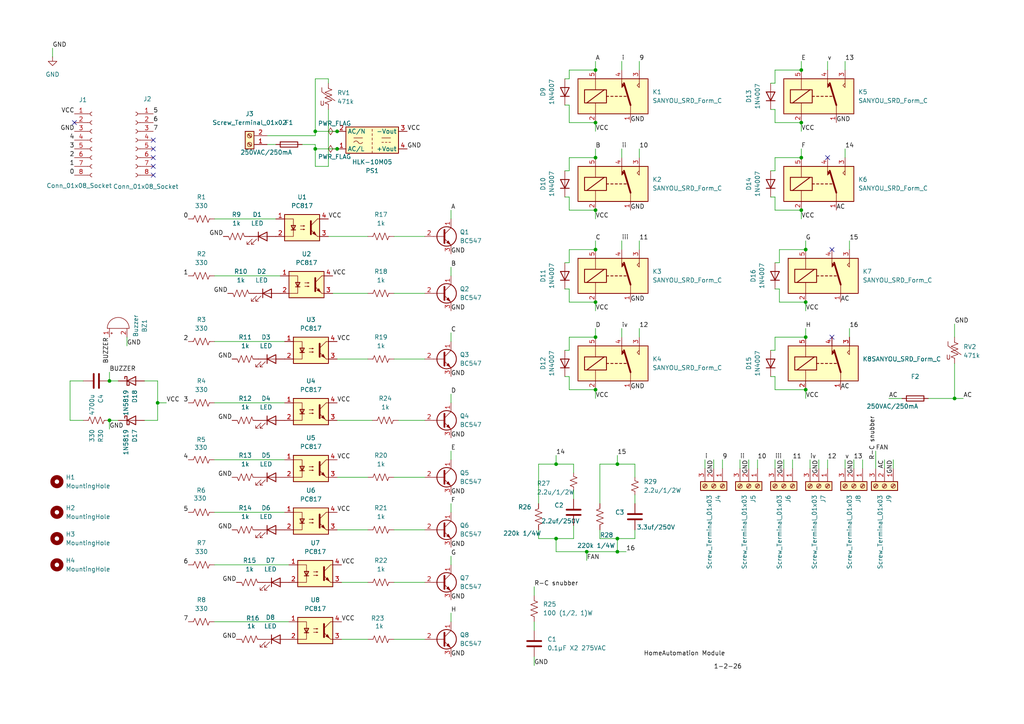
<source format=kicad_sch>
(kicad_sch (version 20250114) (generator "eeschema") (generator_version "9.0")
  (paper "A4")
  (lib_symbols
    (symbol "Connector:Conn_01x08_Socket" (pin_names (offset 1.016) (hide yes))
      (property "Reference" "J" (at 0 10.16 0))
      (property "Value" "Conn_01x08_Socket" (at 0 -12.7 0))
      (symbol "Conn_01x08_Socket_1_1"
        (pin passive line (at -5.08 7.62 0) (length 3.81) (name "Pin_1") (number "1"))
        (pin passive line (at -5.08 5.08 0) (length 3.81) (name "Pin_2") (number "2"))
        (pin passive line (at -5.08 2.54 0) (length 3.81) (name "Pin_3") (number "3"))
        (pin passive line (at -5.08 0 0) (length 3.81) (name "Pin_4") (number "4"))
        (pin passive line (at -5.08 -2.54 0) (length 3.81) (name "Pin_5") (number "5"))
        (pin passive line (at -5.08 -5.08 0) (length 3.81) (name "Pin_6") (number "6"))
        (pin passive line (at -5.08 -7.62 0) (length 3.81) (name "Pin_7") (number "7"))
        (pin passive line (at -5.08 -10.16 0) (length 3.81) (name "Pin_8") (number "8"))
      )
    )
    (symbol "Connector:Screw_Terminal_01x02" (pin_names (offset 1.016) (hide yes))
      (property "Reference" "J" (at 0 2.54 0))
      (property "Value" "Screw_Terminal_01x02" (at 0 -5.08 0))
      (symbol "Screw_Terminal_01x02_1_1"
        (pin passive line (at -5.08 0 0) (length 3.81) (name "Pin_1") (number "1"))
        (pin passive line (at -5.08 -2.54 0) (length 3.81) (name "Pin_2") (number "2"))
      )
    )
    (symbol "Connector:Screw_Terminal_01x03" (pin_names (offset 1.016) (hide yes))
      (property "Reference" "J" (at 0 5.08 0))
      (property "Value" "Screw_Terminal_01x03" (at 0 -5.08 0))
      (symbol "Screw_Terminal_01x03_1_1"
        (pin passive line (at -5.08 2.54 0) (length 3.81) (name "Pin_1") (number "1"))
        (pin passive line (at -5.08 0 0) (length 3.81) (name "Pin_2") (number "2"))
        (pin passive line (at -5.08 -2.54 0) (length 3.81) (name "Pin_3") (number "3"))
      )
    )
    (symbol "Converter_ACDC:HLK-10M05"
      (property "Reference" "PS" (at 0 5.08 0))
      (property "Value" "HLK-10M05" (at 0 -5.08 0))
      (symbol "HLK-10M05_1_1"
        (pin power_in line (at -10.16 2.54 0) (length 2.54) (name "AC/L") (number "1"))
        (pin power_in line (at -10.16 -2.54 0) (length 2.54) (name "AC/N") (number "2"))
        (pin power_out line (at 10.16 2.54 180) (length 2.54) (name "+Vout") (number "4"))
        (pin power_out line (at 10.16 -2.54 180) (length 2.54) (name "-Vout") (number "3"))
      )
    )
    (symbol "Device:Buzzer" (pin_names (offset 0.0254) (hide yes))
      (property "Reference" "BZ" (at 3.81 1.27 0))
      (property "Value" "Buzzer" (at 3.81 -1.27 0))
      (symbol "Buzzer_1_1"
        (pin passive line (at -2.54 2.54 0) (length 2.54) (name "+") (number "1"))
        (pin passive line (at -2.54 -2.54 0) (length 2.54) (name "-") (number "2"))
      )
    )
    (symbol "Device:C" (pin_numbers (hide yes)) (pin_names (offset 0.254))
      (property "Reference" "C" (at 0.635 2.54 0))
      (property "Value" "C" (at 0.635 -2.54 0))
      (symbol "C_1_1"
        (pin passive line (at 0 3.81 270) (length 2.794) (name "~") (number "1"))
        (pin passive line (at 0 -3.81 90) (length 2.794) (name "~") (number "2"))
      )
    )
    (symbol "Device:D_Schottky" (pin_numbers (hide yes)) (pin_names (offset 1.016) (hide yes))
      (property "Reference" "D" (at 0 2.54 0))
      (property "Value" "D_Schottky" (at 0 -2.54 0))
      (symbol "D_Schottky_1_1"
        (pin passive line (at -3.81 0 0) (length 2.54) (name "K") (number "1"))
        (pin passive line (at 3.81 0 180) (length 2.54) (name "A") (number "2"))
      )
    )
    (symbol "Device:Fuse" (pin_numbers (hide yes)) (pin_names (offset 0))
      (property "Reference" "F" (at 2.032 0 90))
      (property "Value" "Fuse" (at -1.905 0 90))
      (symbol "Fuse_1_1"
        (pin passive line (at 0 3.81 270) (length 1.27) (name "~") (number "1"))
        (pin passive line (at 0 -3.81 90) (length 1.27) (name "~") (number "2"))
      )
    )
    (symbol "Device:LED" (pin_numbers (hide yes)) (pin_names (offset 1.016) (hide yes))
      (property "Reference" "D" (at 0 2.54 0))
      (property "Value" "LED" (at 0 -2.54 0))
      (symbol "LED_1_1"
        (pin passive line (at -3.81 0 0) (length 2.54) (name "K") (number "1"))
        (pin passive line (at 3.81 0 180) (length 2.54) (name "A") (number "2"))
      )
    )
    (symbol "Device:R_Small_US" (pin_numbers (hide yes)) (pin_names (offset 0.254) (hide yes))
      (property "Reference" "R" (at 0.762 0.508 0))
      (property "Value" "R_Small_US" (at 0.762 -1.016 0))
      (symbol "R_Small_US_1_1"
        (pin passive line (at 0 2.54 270) (length 1.016) (name "~") (number "1"))
        (pin passive line (at 0 -2.54 90) (length 1.016) (name "~") (number "2"))
      )
    )
    (symbol "Device:R_US" (pin_numbers (hide yes)) (pin_names (offset 0))
      (property "Reference" "R" (at 2.54 0 90))
      (property "Value" "R_US" (at -2.54 0 90))
      (symbol "R_US_1_1"
        (pin passive line (at 0 3.81 270) (length 1.27) (name "~") (number "1"))
        (pin passive line (at 0 -3.81 90) (length 1.27) (name "~") (number "2"))
      )
    )
    (symbol "Device:Varistor_US" (pin_numbers (hide yes)) (pin_names (offset 0))
      (property "Reference" "RV" (at 3.175 0 90))
      (property "Value" "Varistor_US" (at -3.175 0 90))
      (symbol "Varistor_US_0_0"
        (text "U" (at -1.778 -2.032 0) (effects (font (size 1.27 1.27))))
      )
      (symbol "Varistor_US_1_1"
        (pin passive line (at 0 3.81 270) (length 1.27) (name "~") (number "1"))
        (pin passive line (at 0 -3.81 90) (length 1.27) (name "~") (number "2"))
      )
    )
    (symbol "Diode:1N4007" (pin_numbers (hide yes)) (pin_names (hide yes))
      (property "Reference" "D" (at 0 2.54 0))
      (property "Value" "1N4007" (at 0 -2.54 0))
      (symbol "1N4007_1_1"
        (pin passive line (at -3.81 0 0) (length 2.54) (name "K") (number "1"))
        (pin passive line (at 3.81 0 180) (length 2.54) (name "A") (number "2"))
      )
    )
    (symbol "Isolator:PC817" (pin_names (offset 1.016))
      (property "Reference" "U" (at -5.08 5.08 0))
      (property "Value" "PC817" (at 0 5.08 0))
      (symbol "PC817_1_1"
        (pin passive line (at -7.62 2.54 0) (length 2.54) (name "~") (number "1"))
        (pin passive line (at -7.62 -2.54 0) (length 2.54) (name "~") (number "2"))
        (pin passive line (at 7.62 2.54 180) (length 2.54) (name "~") (number "4"))
        (pin passive line (at 7.62 -2.54 180) (length 2.54) (name "~") (number "3"))
      )
    )
    (symbol "Mechanical:MountingHole" (pin_names (offset 1.016)) (in_bom no)
      (property "Reference" "H" (at 0 5.08 0))
      (property "Value" "MountingHole" (at 0 3.175 0))
    )
    (symbol "Relay:SANYOU_SRD_Form_C"
      (property "Reference" "K" (at 11.43 3.81 0))
      (property "Value" "SANYOU_SRD_Form_C" (at 11.43 1.27 0))
      (symbol "SANYOU_SRD_Form_C_1_1"
        (pin passive line (at -5.08 7.62 270) (length 2.54) (name "~") (number "5"))
        (pin passive line (at -5.08 -7.62 90) (length 2.54) (name "~") (number "2"))
        (pin passive line (at 2.54 7.62 270) (length 2.54) (name "~") (number "4"))
        (pin passive line (at 5.08 -7.62 90) (length 2.54) (name "~") (number "1"))
        (pin passive line (at 7.62 7.62 270) (length 2.54) (name "~") (number "3"))
      )
    )
    (symbol "Transistor_BJT:BC547" (pin_names (offset 0) (hide yes))
      (property "Reference" "Q" (at 5.08 1.905 0))
      (property "Value" "BC547" (at 5.08 0 0))
      (symbol "BC547_1_1"
        (pin input line (at -5.08 0 0) (length 2.54) (name "B") (number "2"))
        (pin passive line (at 2.54 5.08 270) (length 2.54) (name "C") (number "1"))
        (pin passive line (at 2.54 -5.08 90) (length 2.54) (name "E") (number "3"))
      )
    )
    (symbol "power:GND" (power) (pin_numbers (hide yes)) (pin_names (offset 0) (hide yes))
      (property "Value" "GND" (at 0 -3.81 0))
      (symbol "GND_1_1"
        (pin power_in line (at 0 0 270) (length 0) (name "~") (number "1"))
      )
    )
    (symbol "power:PWR_FLAG" (power) (pin_numbers (hide yes)) (pin_names (offset 0) (hide yes))
      (property "Value" "PWR_FLAG" (at 0 3.81 0))
      (symbol "PWR_FLAG_0_0"
        (pin power_out line (at 0 0 90) (length 0) (name "~") (number "1"))
      )
    )
  )
  (junction (at 233.68 113.03))
  (junction (at 232.41 45.72))
  (junction (at 161.29 134.62))
  (junction (at 172.72 72.39))
  (junction (at 172.72 45.72))
  (junction (at 232.41 35.56))
  (junction (at 232.41 60.96))
  (junction (at 31.75 110.49))
  (junction (at 179.07 134.62))
  (junction (at 172.72 87.63))
  (junction (at 170.18 160.02))
  (junction (at 233.68 72.39))
  (junction (at 91.44 43.18))
  (junction (at 97.79 38.1))
  (junction (at 172.72 60.96))
  (junction (at 233.68 97.79))
  (junction (at 232.41 20.32))
  (junction (at 31.75 121.92))
  (junction (at 45.72 116.84))
  (junction (at 276.86 115.57))
  (junction (at 179.07 160.02))
  (junction (at 172.72 113.03))
  (junction (at 179.07 156.21))
  (junction (at 233.68 87.63))
  (junction (at 172.72 20.32))
  (junction (at 91.44 38.1))
  (junction (at 172.72 97.79))
  (junction (at 161.29 156.21))
  (junction (at 172.72 35.56))
  (junction (at 97.79 43.18))
  (no_connect (at 44.45 45.72))
  (no_connect (at 44.45 50.8))
  (no_connect (at 240.03 45.72))
  (no_connect (at 241.3 97.79))
  (no_connect (at 44.45 40.64))
  (no_connect (at 241.3 72.39))
  (no_connect (at 21.59 35.56))
  (no_connect (at 44.45 43.18))
  (no_connect (at 44.45 48.26))
  (wire (pts (xy 165.1 113.03) (xy 172.72 113.03)))
  (wire (pts (xy 97.79 104.14) (xy 106.68 104.14)))
  (wire (pts (xy 172.72 63.5) (xy 172.72 60.96)))
  (wire (pts (xy 130.81 116.84) (xy 130.81 114.3)))
  (wire (pts (xy 172.72 38.1) (xy 172.72 35.56)))
  (wire (pts (xy 62.23 133.35) (xy 82.55 133.35)))
  (wire (pts (xy 172.72 72.39) (xy 172.72 69.85)))
  (wire (pts (xy 154.94 172.72) (xy 154.94 170.18)))
  (wire (pts (xy 20.32 110.49) (xy 20.32 121.92)))
  (wire (pts (xy 41.91 110.49) (xy 45.72 110.49)))
  (wire (pts (xy 62.23 80.01) (xy 81.28 80.01)))
  (wire (pts (xy 161.29 160.02) (xy 170.18 160.02)))
  (wire (pts (xy 246.38 72.39) (xy 246.38 69.85)))
  (wire (pts (xy 130.81 180.34) (xy 130.81 177.8)))
  (wire (pts (xy 165.1 76.2) (xy 165.1 72.39)))
  (wire (pts (xy 232.41 38.1) (xy 232.41 35.56)))
  (wire (pts (xy 224.79 76.2) (xy 226.06 76.2)))
  (wire (pts (xy 204.47 135.89) (xy 204.47 133.35)))
  (wire (pts (xy 166.37 134.62) (xy 166.37 137.16)))
  (wire (pts (xy 224.79 20.32) (xy 232.41 20.32)))
  (wire (pts (xy 77.47 41.91) (xy 80.01 41.91)))
  (wire (pts (xy 165.1 30.48) (xy 165.1 35.56)))
  (wire (pts (xy 166.37 134.62) (xy 161.29 134.62)))
  (wire (pts (xy 165.1 49.53) (xy 165.1 45.72)))
  (wire (pts (xy 114.3 138.43) (xy 123.19 138.43)))
  (wire (pts (xy 163.83 101.6) (xy 165.1 101.6)))
  (wire (pts (xy 165.1 20.32) (xy 172.72 20.32)))
  (wire (pts (xy 31.75 124.46) (xy 31.75 121.92)))
  (wire (pts (xy 95.25 68.58) (xy 106.68 68.58)))
  (wire (pts (xy 240.03 20.32) (xy 240.03 17.78)))
  (wire (pts (xy 62.23 180.34) (xy 83.82 180.34)))
  (wire (pts (xy 91.44 38.1) (xy 91.44 22.86)))
  (wire (pts (xy 173.99 134.62) (xy 173.99 146.05)))
  (wire (pts (xy 223.52 57.15) (xy 224.79 57.15)))
  (wire (pts (xy 224.79 83.82) (xy 226.06 83.82)))
  (wire (pts (xy 154.94 193.04) (xy 154.94 190.5)))
  (wire (pts (xy 173.99 153.67) (xy 173.99 156.21)))
  (wire (pts (xy 224.79 45.72) (xy 232.41 45.72)))
  (wire (pts (xy 226.06 87.63) (xy 233.68 87.63)))
  (wire (pts (xy 179.07 156.21) (xy 173.99 156.21)))
  (wire (pts (xy 24.13 110.49) (xy 20.32 110.49)))
  (wire (pts (xy 257.81 115.57) (xy 261.62 115.57)))
  (wire (pts (xy 45.72 116.84) (xy 45.72 121.92)))
  (wire (pts (xy 245.11 45.72) (xy 245.11 43.18)))
  (wire (pts (xy 269.24 115.57) (xy 276.86 115.57)))
  (wire (pts (xy 237.49 135.89) (xy 237.49 133.35)))
  (wire (pts (xy 165.1 97.79) (xy 172.72 97.79)))
  (wire (pts (xy 166.37 152.4) (xy 166.37 156.21)))
  (wire (pts (xy 227.33 135.89) (xy 227.33 133.35)))
  (wire (pts (xy 45.72 110.49) (xy 45.72 116.84)))
  (wire (pts (xy 97.79 138.43) (xy 106.68 138.43)))
  (wire (pts (xy 62.23 148.59) (xy 82.55 148.59)))
  (wire (pts (xy 224.79 60.96) (xy 232.41 60.96)))
  (wire (pts (xy 224.79 31.75) (xy 224.79 35.56)))
  (wire (pts (xy 209.55 135.89) (xy 209.55 133.35)))
  (wire (pts (xy 172.72 90.17) (xy 172.72 87.63)))
  (wire (pts (xy 163.83 83.82) (xy 165.1 83.82)))
  (wire (pts (xy 87.63 41.91) (xy 91.44 41.91)))
  (wire (pts (xy 179.07 134.62) (xy 179.07 132.08)))
  (wire (pts (xy 223.52 109.22) (xy 224.79 109.22)))
  (wire (pts (xy 184.15 143.51) (xy 184.15 146.05)))
  (wire (pts (xy 226.06 83.82) (xy 226.06 87.63)))
  (wire (pts (xy 163.83 57.15) (xy 165.1 57.15)))
  (wire (pts (xy 130.81 133.35) (xy 130.81 130.81)))
  (wire (pts (xy 245.11 20.32) (xy 245.11 17.78)))
  (wire (pts (xy 115.57 121.92) (xy 123.19 121.92)))
  (wire (pts (xy 170.18 162.56) (xy 170.18 160.02)))
  (wire (pts (xy 223.52 24.13) (xy 224.79 24.13)))
  (wire (pts (xy 36.83 100.33) (xy 36.83 97.79)))
  (wire (pts (xy 48.26 116.84) (xy 45.72 116.84)))
  (wire (pts (xy 97.79 121.92) (xy 107.95 121.92)))
  (wire (pts (xy 184.15 134.62) (xy 184.15 138.43)))
  (wire (pts (xy 223.52 31.75) (xy 224.79 31.75)))
  (wire (pts (xy 77.47 39.37) (xy 91.44 39.37)))
  (wire (pts (xy 165.1 45.72) (xy 172.72 45.72)))
  (wire (pts (xy 234.95 135.89) (xy 234.95 133.35)))
  (wire (pts (xy 114.3 85.09) (xy 123.19 85.09)))
  (wire (pts (xy 165.1 83.82) (xy 165.1 87.63)))
  (wire (pts (xy 99.06 185.42) (xy 106.68 185.42)))
  (wire (pts (xy 172.72 20.32) (xy 172.72 17.78)))
  (wire (pts (xy 181.61 160.02) (xy 179.07 160.02)))
  (wire (pts (xy 99.06 168.91) (xy 106.68 168.91)))
  (wire (pts (xy 224.79 113.03) (xy 233.68 113.03)))
  (wire (pts (xy 165.1 35.56) (xy 172.72 35.56)))
  (wire (pts (xy 214.63 135.89) (xy 214.63 133.35)))
  (wire (pts (xy 130.81 99.06) (xy 130.81 96.52)))
  (wire (pts (xy 172.72 45.72) (xy 172.72 43.18)))
  (wire (pts (xy 232.41 20.32) (xy 232.41 17.78)))
  (wire (pts (xy 163.83 49.53) (xy 165.1 49.53)))
  (wire (pts (xy 156.21 153.67) (xy 156.21 156.21)))
  (wire (pts (xy 62.23 163.83) (xy 83.82 163.83)))
  (wire (pts (xy 224.79 24.13) (xy 224.79 20.32)))
  (wire (pts (xy 276.86 115.57) (xy 276.86 105.41)))
  (wire (pts (xy 233.68 115.57) (xy 233.68 113.03)))
  (wire (pts (xy 224.79 49.53) (xy 224.79 45.72)))
  (wire (pts (xy 172.72 115.57) (xy 172.72 113.03)))
  (wire (pts (xy 95.25 22.86) (xy 95.25 24.13)))
  (wire (pts (xy 185.42 97.79) (xy 185.42 95.25)))
  (wire (pts (xy 163.83 30.48) (xy 165.1 30.48)))
  (wire (pts (xy 232.41 45.72) (xy 232.41 43.18)))
  (wire (pts (xy 224.79 135.89) (xy 224.79 133.35)))
  (wire (pts (xy 226.06 72.39) (xy 233.68 72.39)))
  (wire (pts (xy 165.1 22.86) (xy 165.1 20.32)))
  (wire (pts (xy 223.52 101.6) (xy 224.79 101.6)))
  (wire (pts (xy 223.52 49.53) (xy 224.79 49.53)))
  (wire (pts (xy 20.32 121.92) (xy 24.13 121.92)))
  (wire (pts (xy 229.87 135.89) (xy 229.87 133.35)))
  (wire (pts (xy 233.68 97.79) (xy 233.68 95.25)))
  (wire (pts (xy 259.08 135.89) (xy 259.08 133.35)))
  (wire (pts (xy 130.81 148.59) (xy 130.81 146.05)))
  (wire (pts (xy 62.23 63.5) (xy 80.01 63.5)))
  (wire (pts (xy 62.23 99.06) (xy 82.55 99.06)))
  (wire (pts (xy 217.17 135.89) (xy 217.17 133.35)))
  (wire (pts (xy 62.23 116.84) (xy 82.55 116.84)))
  (wire (pts (xy 15.24 13.97) (xy 15.24 16.51)))
  (wire (pts (xy 276.86 93.98) (xy 276.86 97.79)))
  (wire (pts (xy 91.44 38.1) (xy 97.79 38.1)))
  (wire (pts (xy 224.79 35.56) (xy 232.41 35.56)))
  (wire (pts (xy 250.19 135.89) (xy 250.19 133.35)))
  (wire (pts (xy 156.21 134.62) (xy 156.21 146.05)))
  (wire (pts (xy 172.72 97.79) (xy 172.72 95.25)))
  (wire (pts (xy 91.44 22.86) (xy 95.25 22.86)))
  (wire (pts (xy 163.83 109.22) (xy 165.1 109.22)))
  (wire (pts (xy 279.4 115.57) (xy 276.86 115.57)))
  (wire (pts (xy 224.79 101.6) (xy 224.79 97.79)))
  (wire (pts (xy 114.3 168.91) (xy 123.19 168.91)))
  (wire (pts (xy 207.01 135.89) (xy 207.01 133.35)))
  (wire (pts (xy 232.41 63.5) (xy 232.41 60.96)))
  (wire (pts (xy 233.68 90.17) (xy 233.68 87.63)))
  (wire (pts (xy 154.94 180.34) (xy 154.94 182.88)))
  (wire (pts (xy 256.54 133.35) (xy 256.54 135.89)))
  (wire (pts (xy 184.15 153.67) (xy 184.15 156.21)))
  (wire (pts (xy 245.11 135.89) (xy 245.11 133.35)))
  (wire (pts (xy 233.68 72.39) (xy 233.68 69.85)))
  (wire (pts (xy 180.34 72.39) (xy 180.34 69.85)))
  (wire (pts (xy 91.44 39.37) (xy 91.44 38.1)))
  (wire (pts (xy 226.06 76.2) (xy 226.06 72.39)))
  (wire (pts (xy 180.34 97.79) (xy 180.34 95.25)))
  (wire (pts (xy 165.1 109.22) (xy 165.1 113.03)))
  (wire (pts (xy 91.44 41.91) (xy 91.44 43.18)))
  (wire (pts (xy 165.1 60.96) (xy 172.72 60.96)))
  (wire (pts (xy 95.25 48.26) (xy 95.25 31.75)))
  (wire (pts (xy 219.71 135.89) (xy 219.71 133.35)))
  (wire (pts (xy 97.79 153.67) (xy 106.68 153.67)))
  (wire (pts (xy 165.1 57.15) (xy 165.1 60.96)))
  (wire (pts (xy 165.1 72.39) (xy 172.72 72.39)))
  (wire (pts (xy 91.44 48.26) (xy 95.25 48.26)))
  (wire (pts (xy 179.07 134.62) (xy 173.99 134.62)))
  (wire (pts (xy 114.3 185.42) (xy 123.19 185.42)))
  (wire (pts (xy 184.15 134.62) (xy 179.07 134.62)))
  (wire (pts (xy 161.29 134.62) (xy 156.21 134.62)))
  (wire (pts (xy 224.79 57.15) (xy 224.79 60.96)))
  (wire (pts (xy 96.52 85.09) (xy 106.68 85.09)))
  (wire (pts (xy 34.29 110.49) (xy 31.75 110.49)))
  (wire (pts (xy 224.79 109.22) (xy 224.79 113.03)))
  (wire (pts (xy 31.75 121.92) (xy 34.29 121.92)))
  (wire (pts (xy 180.34 20.32) (xy 180.34 17.78)))
  (wire (pts (xy 185.42 45.72) (xy 185.42 43.18)))
  (wire (pts (xy 45.72 121.92) (xy 41.91 121.92)))
  (wire (pts (xy 165.1 87.63) (xy 172.72 87.63)))
  (wire (pts (xy 114.3 68.58) (xy 123.19 68.58)))
  (wire (pts (xy 130.81 163.83) (xy 130.81 161.29)))
  (wire (pts (xy 170.18 160.02) (xy 179.07 160.02)))
  (wire (pts (xy 130.81 80.01) (xy 130.81 77.47)))
  (wire (pts (xy 185.42 20.32) (xy 185.42 17.78)))
  (wire (pts (xy 114.3 104.14) (xy 123.19 104.14)))
  (wire (pts (xy 254 130.81) (xy 254 135.89)))
  (wire (pts (xy 166.37 142.24) (xy 166.37 144.78)))
  (wire (pts (xy 247.65 135.89) (xy 247.65 133.35)))
  (wire (pts (xy 246.38 97.79) (xy 246.38 95.25)))
  (wire (pts (xy 224.79 97.79) (xy 233.68 97.79)))
  (wire (pts (xy 240.03 135.89) (xy 240.03 133.35)))
  (wire (pts (xy 166.37 156.21) (xy 161.29 156.21)))
  (wire (pts (xy 179.07 156.21) (xy 179.07 160.02)))
  (wire (pts (xy 114.3 153.67) (xy 123.19 153.67)))
  (wire (pts (xy 163.83 76.2) (xy 165.1 76.2)))
  (wire (pts (xy 91.44 43.18) (xy 97.79 43.18)))
  (wire (pts (xy 91.44 43.18) (xy 91.44 48.26)))
  (wire (pts (xy 130.81 63.5) (xy 130.81 60.96)))
  (wire (pts (xy 184.15 156.21) (xy 179.07 156.21)))
  (wire (pts (xy 161.29 156.21) (xy 156.21 156.21)))
  (wire (pts (xy 165.1 101.6) (xy 165.1 97.79)))
  (wire (pts (xy 180.34 45.72) (xy 180.34 43.18)))
  (wire (pts (xy 161.29 160.02) (xy 161.29 156.21)))
  (wire (pts (xy 163.83 22.86) (xy 165.1 22.86)))
  (wire (pts (xy 31.75 110.49) (xy 31.75 107.95)))
  (wire (pts (xy 185.42 72.39) (xy 185.42 69.85)))
  (wire (pts (xy 161.29 134.62) (xy 161.29 132.08)))
  (label "v" (at 240.03 17.78 0))
  (label "B" (at 130.81 77.47 0))
  (label "14" (at 245.11 43.18 0))
  (label "VCC" (at 232.41 38.1 0))
  (label "VCC" (at 172.72 63.5 0))
  (label "GND" (at 217.17 133.35 270))
  (label "GND" (at 276.86 93.98 0))
  (label "A" (at 172.72 17.78 0))
  (label "13" (at 250.19 133.35 180))
  (label "F" (at 130.81 146.05 0))
  (label "GND" (at 242.57 35.56 0))
  (label "5" (at 54.61 148.59 180))
  (label "G" (at 233.68 69.85 0))
  (label "D" (at 172.72 95.25 0))
  (label "5" (at 44.45 33.02 0))
  (label "H" (at 233.68 95.25 0))
  (label "7" (at 54.61 180.34 180))
  (label "1" (at 21.59 48.26 180))
  (label "VCC" (at 118.11 38.1 0))
  (label "iii" (at 224.79 133.35 0))
  (label "GND" (at 130.81 173.99 0))
  (label "A" (at 130.81 60.96 0))
  (label "11" (at 185.42 69.85 0))
  (label "AC" (at 243.84 113.03 0))
  (label "GND" (at 31.75 124.46 0))
  (label "GND" (at 130.81 143.51 0))
  (label "GND" (at 130.81 109.22 0))
  (label "R-C snubber" (at 154.94 170.18 0))
  (label "GND" (at 259.08 133.35 270))
  (label "iii" (at 180.34 69.85 0))
  (label "GND" (at 182.88 35.56 0))
  (label "AC" (at 242.57 60.96 0))
  (label "VCC" (at 95.25 63.5 0))
  (label "7" (at 44.45 38.1 0))
  (label "VCC" (at 97.79 116.84 0))
  (label "12" (at 185.42 95.25 0))
  (label "C" (at 172.72 69.85 0))
  (label "F" (at 232.41 43.18 0))
  (label "GND" (at 154.94 193.04 0))
  (label "VCC" (at 99.06 163.83 0))
  (label "BUZZER" (at 31.75 97.79 270))
  (label "AC" (at 257.81 115.57 0))
  (label "iv" (at 180.34 95.25 0))
  (label "1-2-26" (at 207.01 194.31 0))
  (label "10" (at 219.71 133.35 0))
  (label "BUZZER" (at 31.75 107.95 0))
  (label "VCC" (at 99.06 180.34 0))
  (label "VCC" (at 97.79 133.35 0))
  (label "3" (at 21.59 43.18 180))
  (label "VCC" (at 172.72 90.17 0))
  (label "VCC" (at 97.79 148.59 0))
  (label "9" (at 209.55 133.35 0))
  (label "2" (at 54.61 99.06 180))
  (label "AC" (at 243.84 87.63 0))
  (label "i" (at 204.47 133.35 0))
  (label "GND" (at 182.88 60.96 0))
  (label "4" (at 21.59 40.64 180))
  (label "ii" (at 214.63 133.35 0))
  (label "v" (at 245.11 133.35 0))
  (label "11" (at 229.87 133.35 0))
  (label "GND" (at 130.81 73.66 0))
  (label "12" (at 240.03 133.35 0))
  (label "GND" (at 130.81 190.5 0))
  (label "E" (at 130.81 130.81 0))
  (label "GND" (at 68.58 185.42 180))
  (label "iv" (at 234.95 133.35 0))
  (label "GND" (at 67.31 121.92 180))
  (label "VCC" (at 48.26 116.84 0))
  (label "GND" (at 64.77 68.58 180))
  (label "VCC" (at 232.41 63.5 0))
  (label "16" (at 246.38 95.25 0))
  (label "i" (at 180.34 17.78 0))
  (label "2" (at 21.59 45.72 180))
  (label "0" (at 54.61 63.5 180))
  (label "0" (at 21.59 50.8 180))
  (label "GND" (at 130.81 158.75 0))
  (label "AC" (at 256.54 133.35 270))
  (label "GND" (at 15.24 13.97 0))
  (label "GND" (at 68.58 168.91 180))
  (label "H" (at 130.81 177.8 0))
  (label "E" (at 232.41 17.78 0))
  (label "AC" (at 279.4 115.57 0))
  (label "GND" (at 182.88 87.63 0))
  (label "GND" (at 118.11 43.18 0))
  (label "VCC" (at 233.68 90.17 0))
  (label "GND" (at 66.04 85.09 180))
  (label "HomeAutomation Module" (at 186.69 190.5 0))
  (label "6" (at 44.45 35.56 0))
  (label "GND" (at 207.01 133.35 270))
  (label "15" (at 179.07 132.08 0))
  (label "GND" (at 237.49 133.35 270))
  (label "GND" (at 130.81 90.17 0))
  (label "VCC" (at 172.72 38.1 0))
  (label "R-C snubber" (at 254 133.35 90))
  (label "GND" (at 247.65 133.35 270))
  (label "VCC" (at 97.79 99.06 0))
  (label "VCC" (at 21.59 33.02 180))
  (label "GND" (at 36.83 100.33 0))
  (label "6" (at 54.61 163.83 180))
  (label "GND" (at 67.31 104.14 180))
  (label "VCC" (at 172.72 115.57 0))
  (label "C" (at 130.81 96.52 0))
  (label "FAN" (at 254 130.81 0))
  (label "1" (at 54.61 80.01 180))
  (label "GND" (at 21.59 38.1 180))
  (label "VCC" (at 233.68 115.57 0))
  (label "4" (at 54.61 133.35 180))
  (label "10" (at 185.42 43.18 0))
  (label "3" (at 54.61 116.84 180))
  (label "B" (at 172.72 43.18 0))
  (label "VCC" (at 96.52 80.01 0))
  (label "13" (at 245.11 17.78 0))
  (label "GND" (at 182.88 113.03 0))
  (label "GND" (at 227.33 133.35 270))
  (label "GND" (at 67.31 153.67 180))
  (label "16" (at 181.61 160.02 0))
  (label "GND" (at 130.81 127 0))
  (label "FAN" (at 170.18 162.56 0))
  (label "D" (at 130.81 114.3 0))
  (label "14" (at 161.29 132.08 0))
  (label "15" (at 246.38 69.85 0))
  (label "9" (at 185.42 17.78 0))
  (label "ii" (at 180.34 43.18 0))
  (label "GND" (at 67.31 138.43 180))
  (label "G" (at 130.81 161.29 0))
  (symbol (lib_id "Isolator:PC817") (at 90.17 151.13 0) (unit 1)
    (property "Reference" "U6" (at 90.17 142.24 0))
    (property "Value" "PC817" (at 90.17 144.78 0))
    (property "Footprint" "Package_DIP:DIP-4_W7.62mm" (effects (hide yes)))
    (property "Datasheet" "http://www.soselectronic.cz/a_info/resource/d/pc817.pdf" (effects (hide yes)))
    (property "Description" "DC Optocoupler, Vce 35V, CTR 50-300%, DIP-4" (effects (hide yes)))
  )
  (symbol (lib_id "Connector:Screw_Terminal_01x03") (at 247.65 140.97 270) (unit 1)
    (property "Reference" "J8" (at 248.9201 143.51 0) (effects (justify left)))
    (property "Value" "Screw_Terminal_01x03" (at 246.3801 143.51 0) (effects (justify left)))
    (property "Footprint" "TerminalBlock_Phoenix:TerminalBlock_Phoenix_MKDS-1,5-3_1x03_P5.00mm_Horizontal" (effects (hide yes)))
    (property "Description" "Generic screw terminal, single row, 01x03, script generated (kicad-library-utils/schlib/autogen/connector/)" (effects (hide yes)))
  )
  (symbol (lib_id "power:PWR_FLAG") (at 97.79 38.1 90) (unit 1)
    (property "Reference" "#FLG01" (effects (hide yes)))
    (property "Value" "PWR_FLAG" (at 101.854 35.814 90) (effects (justify left)))
    (property "Description" "Special symbol for telling ERC where power comes from" (effects (hide yes)))
  )
  (symbol (lib_id "Device:R_US") (at 58.42 163.83 270) (unit 1)
    (property "Reference" "R7" (at 58.42 157.48 90))
    (property "Value" "330" (at 58.42 160.02 90))
    (property "Footprint" "Resistor_THT:R_Axial_DIN0309_L9.0mm_D3.2mm_P15.24mm_Horizontal" (effects (hide yes)))
    (property "Description" "Resistor, US symbol" (effects (hide yes)))
  )
  (symbol (lib_id "Relay:SANYOU_SRD_Form_C") (at 177.8 27.94 0) (unit 1)
    (property "Reference" "K1" (at 189.23 26.6699 0) (effects (justify left)))
    (property "Value" "SANYOU_SRD_Form_C" (at 189.23 29.2099 0) (effects (justify left)))
    (property "Footprint" "Relay_THT:Relay_SPDT_SANYOU_SRD_Series_Form_C" (effects (hide yes)))
    (property "Datasheet" "http://www.sanyourelay.ca/public/products/pdf/SRD.pdf" (effects (hide yes)))
    (property "Description" "Sanyo SRD relay, Single Pole Miniature Power Relay," (effects (hide yes)))
  )
  (symbol (lib_id "Device:R_US") (at 58.42 116.84 270) (unit 1)
    (property "Reference" "R4" (at 58.42 110.49 90))
    (property "Value" "330" (at 58.42 113.03 90))
    (property "Footprint" "Resistor_THT:R_Axial_DIN0309_L9.0mm_D3.2mm_P15.24mm_Horizontal" (effects (hide yes)))
    (property "Description" "Resistor, US symbol" (effects (hide yes)))
  )
  (symbol (lib_id "Device:LED") (at 77.47 85.09 0) (unit 1)
    (property "Reference" "D2" (at 75.8825 78.74 0))
    (property "Value" "LED" (at 75.8825 81.28 0))
    (property "Footprint" "LED_THT:LED_D3.0mm" (effects (hide yes)))
    (property "Description" "Light emitting diode" (effects (hide yes)))
    (property "Sim.Pins" "1=K 2=A" (effects (hide yes)))
  )
  (symbol (lib_id "Connector:Screw_Terminal_01x03") (at 237.49 140.97 270) (unit 1)
    (property "Reference" "J7" (at 238.7601 143.51 0) (effects (justify left)))
    (property "Value" "Screw_Terminal_01x03" (at 236.2201 143.51 0) (effects (justify left)))
    (property "Footprint" "TerminalBlock_Phoenix:TerminalBlock_Phoenix_MKDS-1,5-3_1x03_P5.00mm_Horizontal" (effects (hide yes)))
    (property "Description" "Generic screw terminal, single row, 01x03, script generated (kicad-library-utils/schlib/autogen/connector/)" (effects (hide yes)))
  )
  (symbol (lib_id "Transistor_BJT:BC547") (at 128.27 138.43 0) (unit 1)
    (property "Reference" "Q5" (at 133.35 137.1599 0) (effects (justify left)))
    (property "Value" "BC547" (at 133.35 139.6999 0) (effects (justify left)))
    (property "Footprint" "Package_TO_SOT_THT:TO-92_Inline" (effects (hide yes)))
    (property "Datasheet" "https://www.onsemi.com/pub/Collateral/BC550-D.pdf" (effects (hide yes)))
    (property "Description" "0.1A Ic, 45V Vce, Small Signal NPN Transistor, TO-92" (effects (hide yes)))
    (property "Sim.Device" "NPN" (effects (hide yes)))
    (property "Sim.Pins" "1=C 2=B 3=E" (effects (hide yes)))
  )
  (symbol (lib_id "Device:R_US") (at 58.42 99.06 270) (unit 1)
    (property "Reference" "R3" (at 58.42 92.71 90))
    (property "Value" "330" (at 58.42 95.25 90))
    (property "Footprint" "Resistor_THT:R_Axial_DIN0309_L9.0mm_D3.2mm_P15.24mm_Horizontal" (effects (hide yes)))
    (property "Description" "Resistor, US symbol" (effects (hide yes)))
  )
  (symbol (lib_id "Isolator:PC817") (at 91.44 166.37 0) (unit 1)
    (property "Reference" "U7" (at 91.44 157.48 0))
    (property "Value" "PC817" (at 91.44 160.02 0))
    (property "Footprint" "Package_DIP:DIP-4_W7.62mm" (effects (hide yes)))
    (property "Datasheet" "http://www.soselectronic.cz/a_info/resource/d/pc817.pdf" (effects (hide yes)))
    (property "Description" "DC Optocoupler, Vce 35V, CTR 50-300%, DIP-4" (effects (hide yes)))
  )
  (symbol (lib_id "Device:LED") (at 78.74 121.92 0) (unit 1)
    (property "Reference" "D4" (at 77.1525 115.57 0))
    (property "Value" "LED" (at 77.1525 118.11 0))
    (property "Footprint" "LED_THT:LED_D3.0mm" (effects (hide yes)))
    (property "Description" "Light emitting diode" (effects (hide yes)))
    (property "Sim.Pins" "1=K 2=A" (effects (hide yes)))
  )
  (symbol (lib_id "Isolator:PC817") (at 90.17 135.89 0) (unit 1)
    (property "Reference" "U5" (at 90.17 127 0))
    (property "Value" "PC817" (at 90.17 129.54 0))
    (property "Footprint" "Package_DIP:DIP-4_W7.62mm" (effects (hide yes)))
    (property "Datasheet" "http://www.soselectronic.cz/a_info/resource/d/pc817.pdf" (effects (hide yes)))
    (property "Description" "DC Optocoupler, Vce 35V, CTR 50-300%, DIP-4" (effects (hide yes)))
  )
  (symbol (lib_id "Diode:1N4007") (at 224.79 80.01 90) (unit 1)
    (property "Reference" "D16" (at 218.44 80.01 0))
    (property "Value" "1N4007" (at 220.98 80.01 0))
    (property "Footprint" "Diode_THT:D_DO-41_SOD81_P10.16mm_Horizontal" (effects (hide yes)))
    (property "Datasheet" "http://www.vishay.com/docs/88503/1n4001.pdf" (effects (hide yes)))
    (property "Description" "1000V 1A General Purpose Rectifier Diode, DO-41" (effects (hide yes)))
    (property "Sim.Device" "D" (effects (hide yes)))
    (property "Sim.Pins" "1=K 2=A" (effects (hide yes)))
  )
  (symbol (lib_id "Device:D_Schottky") (at 38.1 110.49 0) (unit 1)
    (property "Reference" "D18" (at 39.0526 113.03 90) (effects (justify right)))
    (property "Value" "1N5819" (at 36.5126 113.03 90) (effects (justify right)))
    (property "Footprint" "Diode_THT:D_DO-41_SOD81_P10.16mm_Horizontal" (effects (hide yes)))
    (property "Description" "Schottky diode" (effects (hide yes)))
  )
  (symbol (lib_id "Transistor_BJT:BC547") (at 128.27 68.58 0) (unit 1)
    (property "Reference" "Q1" (at 133.35 67.3099 0) (effects (justify left)))
    (property "Value" "BC547" (at 133.35 69.8499 0) (effects (justify left)))
    (property "Footprint" "Package_TO_SOT_THT:TO-92_Inline" (effects (hide yes)))
    (property "Datasheet" "https://www.onsemi.com/pub/Collateral/BC550-D.pdf" (effects (hide yes)))
    (property "Description" "0.1A Ic, 45V Vce, Small Signal NPN Transistor, TO-92" (effects (hide yes)))
    (property "Sim.Device" "NPN" (effects (hide yes)))
    (property "Sim.Pins" "1=C 2=B 3=E" (effects (hide yes)))
  )
  (symbol (lib_id "Device:R_US") (at 69.85 85.09 90) (mirror x) (unit 1)
    (property "Reference" "R10" (at 69.85 78.74 90))
    (property "Value" "1k" (at 69.85 81.28 90))
    (property "Footprint" "Resistor_THT:R_Axial_DIN0309_L9.0mm_D3.2mm_P15.24mm_Horizontal" (effects (hide yes)))
    (property "Description" "Resistor, US symbol" (effects (hide yes)))
  )
  (symbol (lib_id "Device:R_US") (at 58.42 148.59 270) (unit 1)
    (property "Reference" "R6" (at 59.69 142.24 90) (effects (justify right)))
    (property "Value" "330" (at 59.944 144.526 90) (effects (justify right)))
    (property "Footprint" "Resistor_THT:R_Axial_DIN0309_L9.0mm_D3.2mm_P15.24mm_Horizontal" (effects (hide yes)))
    (property "Description" "Resistor, US symbol" (effects (hide yes)))
  )
  (symbol (lib_id "Device:C") (at 184.15 149.86 0) (mirror y) (unit 1)
    (property "Reference" "C3" (at 181.102 148.59 0) (effects (justify left)))
    (property "Value" "3.3uf/250V" (at 195.834 152.908 0) (effects (justify left)))
    (property "Footprint" "Capacitor_THT:C_Rect_L31.5mm_W11.0mm_P27.50mm_MKS4" (effects (hide yes)))
    (property "Description" "Unpolarized capacitor" (effects (hide yes)))
  )
  (symbol (lib_id "Device:R_Small_US") (at 184.15 140.97 0) (unit 1)
    (property "Reference" "R29" (at 186.69 139.6999 0) (effects (justify left)))
    (property "Value" "2.2u/1/2W" (at 186.69 142.2399 0) (effects (justify left)))
    (property "Footprint" "Resistor_THT:R_Axial_DIN0309_L9.0mm_D3.2mm_P15.24mm_Horizontal" (effects (hide yes)))
    (property "Description" "Resistor, small US symbol" (effects (hide yes)))
  )
  (symbol (lib_id "Device:R_Small_US") (at 166.37 139.7 0) (unit 1)
    (property "Reference" "R27" (at 155.702 140.208 0) (effects (justify left)))
    (property "Value" "2.2u/1/2W" (at 155.702 142.748 0) (effects (justify left)))
    (property "Footprint" "Resistor_THT:R_Axial_DIN0309_L9.0mm_D3.2mm_P15.24mm_Horizontal" (effects (hide yes)))
    (property "Description" "Resistor, small US symbol" (effects (hide yes)))
  )
  (symbol (lib_id "Device:R_US") (at 71.12 138.43 90) (mirror x) (unit 1)
    (property "Reference" "R13" (at 71.12 132.08 90))
    (property "Value" "1k" (at 71.12 134.62 90))
    (property "Footprint" "Resistor_THT:R_Axial_DIN0309_L9.0mm_D3.2mm_P15.24mm_Horizontal" (effects (hide yes)))
    (property "Description" "Resistor, US symbol" (effects (hide yes)))
  )
  (symbol (lib_id "Device:C") (at 154.94 186.69 0) (unit 1)
    (property "Reference" "C1" (at 158.75 185.4199 0) (effects (justify left)))
    (property "Value" "0.1µF X2 275VAC" (at 158.75 187.9599 0) (effects (justify left)))
    (property "Footprint" "Capacitor_THT:C_Rect_L18.0mm_W5.0mm_P15.00mm_FKS3_FKP3" (effects (hide yes)))
    (property "Description" "Unpolarized capacitor" (effects (hide yes)))
  )
  (symbol (lib_id "Relay:SANYOU_SRD_Form_C") (at 237.49 53.34 0) (unit 1)
    (property "Reference" "K6" (at 248.92 52.0699 0) (effects (justify left)))
    (property "Value" "SANYOU_SRD_Form_C" (at 248.92 54.6099 0) (effects (justify left)))
    (property "Footprint" "Relay_THT:Relay_SPDT_SANYOU_SRD_Series_Form_C" (effects (hide yes)))
    (property "Datasheet" "http://www.sanyourelay.ca/public/products/pdf/SRD.pdf" (effects (hide yes)))
    (property "Description" "Sanyo SRD relay, Single Pole Miniature Power Relay," (effects (hide yes)))
  )
  (symbol (lib_id "Diode:1N4007") (at 163.83 105.41 90) (unit 1)
    (property "Reference" "D12" (at 157.48 105.41 0))
    (property "Value" "1N4007" (at 160.02 105.41 0))
    (property "Footprint" "Diode_THT:D_DO-41_SOD81_P10.16mm_Horizontal" (effects (hide yes)))
    (property "Datasheet" "http://www.vishay.com/docs/88503/1n4001.pdf" (effects (hide yes)))
    (property "Description" "1000V 1A General Purpose Rectifier Diode, DO-41" (effects (hide yes)))
    (property "Sim.Device" "D" (effects (hide yes)))
    (property "Sim.Pins" "1=K 2=A" (effects (hide yes)))
  )
  (symbol (lib_id "Device:Fuse") (at 83.82 41.91 90) (unit 1)
    (property "Reference" "F1" (at 83.82 35.56 90))
    (property "Value" "250VAC/250mA" (at 77.216 44.196 90))
    (property "Footprint" "Fuse:Fuseholder_Cylinder-5x20mm_Schurter_0031_8201_Horizontal_Open" (effects (hide yes)))
    (property "Description" "Fuse" (effects (hide yes)))
  )
  (symbol (lib_id "Device:R_US") (at 110.49 185.42 270) (unit 1)
    (property "Reference" "R23" (at 111.506 179.324 90) (effects (justify right)))
    (property "Value" "1k" (at 111.252 181.61 90) (effects (justify right)))
    (property "Footprint" "Resistor_THT:R_Axial_DIN0309_L9.0mm_D3.2mm_P15.24mm_Horizontal" (effects (hide yes)))
    (property "Description" "Resistor, US symbol" (effects (hide yes)))
  )
  (symbol (lib_id "Device:R_US") (at 71.12 153.67 90) (mirror x) (unit 1)
    (property "Reference" "R14" (at 71.12 147.32 90))
    (property "Value" "1k" (at 71.12 149.86 90))
    (property "Footprint" "Resistor_THT:R_Axial_DIN0309_L9.0mm_D3.2mm_P15.24mm_Horizontal" (effects (hide yes)))
    (property "Description" "Resistor, US symbol" (effects (hide yes)))
  )
  (symbol (lib_id "Device:R_US") (at 27.94 121.92 270) (unit 1)
    (property "Reference" "R30" (at 29.2101 124.46 0) (effects (justify left)))
    (property "Value" "330" (at 26.6701 124.46 0) (effects (justify left)))
    (property "Footprint" "Resistor_THT:R_Axial_DIN0309_L9.0mm_D3.2mm_P15.24mm_Horizontal" (effects (hide yes)))
    (property "Description" "Resistor, US symbol" (effects (hide yes)))
  )
  (symbol (lib_id "Device:Varistor_US") (at 276.86 101.6 0) (unit 1)
    (property "Reference" "RV2" (at 279.4 100.5867 0) (effects (justify left)))
    (property "Value" "471k" (at 279.4 103.1267 0) (effects (justify left)))
    (property "Footprint" "Varistor:RV_Disc_D16.5mm_W6.7mm_P7.5mm" (effects (hide yes)))
    (property "Description" "Voltage dependent resistor, US symbol" (effects (hide yes)))
    (property "Sim.Name" "kicad_builtin_varistor" (effects (hide yes)))
    (property "Sim.Device" "SUBCKT" (effects (hide yes)))
    (property "Sim.Pins" "1=A 2=B" (effects (hide yes)))
    (property "Sim.Params" "threshold=1k" (effects (hide yes)))
    (property "Sim.Library" "${KICAD9_SYMBOL_DIR}/Simulation_SPICE.sp" (effects (hide yes)))
  )
  (symbol (lib_id "Relay:SANYOU_SRD_Form_C") (at 177.8 105.41 0) (unit 1)
    (property "Reference" "K4" (at 189.23 104.1399 0) (effects (justify left)))
    (property "Value" "SANYOU_SRD_Form_C" (at 189.23 106.6799 0) (effects (justify left)))
    (property "Footprint" "Relay_THT:Relay_SPDT_SANYOU_SRD_Series_Form_C" (effects (hide yes)))
    (property "Datasheet" "http://www.sanyourelay.ca/public/products/pdf/SRD.pdf" (effects (hide yes)))
    (property "Description" "Sanyo SRD relay, Single Pole Miniature Power Relay," (effects (hide yes)))
  )
  (symbol (lib_id "Device:Fuse") (at 265.43 115.57 90) (unit 1)
    (property "Reference" "F2" (at 265.43 109.22 90))
    (property "Value" "250VAC/250mA" (at 258.826 117.856 90))
    (property "Footprint" "Fuse:Fuseholder_Cylinder-5x20mm_Schurter_0031_8201_Horizontal_Open" (effects (hide yes)))
    (property "Description" "Fuse" (effects (hide yes)))
  )
  (symbol (lib_id "Device:R_US") (at 173.99 149.86 0) (mirror y) (unit 1)
    (property "Reference" "R28" (at 173.99 155.194 0) (effects (justify right)))
    (property "Value" "220k 1/4W" (at 167.386 158.242 0) (effects (justify right)))
    (property "Footprint" "Resistor_THT:R_Axial_DIN0309_L9.0mm_D3.2mm_P15.24mm_Horizontal" (effects (hide yes)))
    (property "Description" "Resistor, US symbol" (effects (hide yes)))
  )
  (symbol (lib_id "Mechanical:MountingHole") (at 16.51 148.59 0) (unit 1) (in_bom no)
    (property "Reference" "H2" (at 19.05 147.3199 0) (effects (justify left)))
    (property "Value" "MountingHole" (at 19.05 149.8599 0) (effects (justify left)))
    (property "Footprint" "MountingHole:MountingHole_5.3mm_M5" (effects (hide yes)))
    (property "Description" "Mounting Hole without connection" (effects (hide yes)))
  )
  (symbol (lib_id "Device:R_US") (at 58.42 63.5 270) (unit 1)
    (property "Reference" "R1" (at 58.42 57.15 90))
    (property "Value" "330" (at 58.42 59.69 90))
    (property "Footprint" "Resistor_THT:R_Axial_DIN0309_L9.0mm_D3.2mm_P15.24mm_Horizontal" (effects (hide yes)))
    (property "Description" "Resistor, US symbol" (effects (hide yes)))
  )
  (symbol (lib_id "Connector:Screw_Terminal_01x03") (at 217.17 140.97 270) (unit 1)
    (property "Reference" "J5" (at 218.4401 143.51 0) (effects (justify left)))
    (property "Value" "Screw_Terminal_01x03" (at 215.9001 143.51 0) (effects (justify left)))
    (property "Footprint" "TerminalBlock_Phoenix:TerminalBlock_Phoenix_MKDS-1,5-3_1x03_P5.00mm_Horizontal" (effects (hide yes)))
    (property "Description" "Generic screw terminal, single row, 01x03, script generated (kicad-library-utils/schlib/autogen/connector/)" (effects (hide yes)))
  )
  (symbol (lib_id "Diode:1N4007") (at 223.52 27.94 90) (unit 1)
    (property "Reference" "D13" (at 217.17 27.94 0))
    (property "Value" "1N4007" (at 219.71 27.94 0))
    (property "Footprint" "Diode_THT:D_DO-41_SOD81_P10.16mm_Horizontal" (effects (hide yes)))
    (property "Datasheet" "http://www.vishay.com/docs/88503/1n4001.pdf" (effects (hide yes)))
    (property "Description" "1000V 1A General Purpose Rectifier Diode, DO-41" (effects (hide yes)))
    (property "Sim.Device" "D" (effects (hide yes)))
    (property "Sim.Pins" "1=K 2=A" (effects (hide yes)))
  )
  (symbol (lib_id "Device:R_US") (at 72.39 185.42 90) (mirror x) (unit 1)
    (property "Reference" "R16" (at 71.374 179.324 90) (effects (justify right)))
    (property "Value" "1k" (at 71.628 181.61 90) (effects (justify right)))
    (property "Footprint" "Resistor_THT:R_Axial_DIN0309_L9.0mm_D3.2mm_P15.24mm_Horizontal" (effects (hide yes)))
    (property "Description" "Resistor, US symbol" (effects (hide yes)))
  )
  (symbol (lib_id "Transistor_BJT:BC547") (at 128.27 85.09 0) (unit 1)
    (property "Reference" "Q2" (at 133.35 83.8199 0) (effects (justify left)))
    (property "Value" "BC547" (at 133.35 86.3599 0) (effects (justify left)))
    (property "Footprint" "Package_TO_SOT_THT:TO-92_Inline" (effects (hide yes)))
    (property "Datasheet" "https://www.onsemi.com/pub/Collateral/BC550-D.pdf" (effects (hide yes)))
    (property "Description" "0.1A Ic, 45V Vce, Small Signal NPN Transistor, TO-92" (effects (hide yes)))
    (property "Sim.Device" "NPN" (effects (hide yes)))
    (property "Sim.Pins" "1=C 2=B 3=E" (effects (hide yes)))
  )
  (symbol (lib_id "Relay:SANYOU_SRD_Form_C") (at 237.49 27.94 0) (unit 1)
    (property "Reference" "K5" (at 248.92 26.6699 0) (effects (justify left)))
    (property "Value" "SANYOU_SRD_Form_C" (at 248.92 29.2099 0) (effects (justify left)))
    (property "Footprint" "Relay_THT:Relay_SPDT_SANYOU_SRD_Series_Form_C" (effects (hide yes)))
    (property "Datasheet" "http://www.sanyourelay.ca/public/products/pdf/SRD.pdf" (effects (hide yes)))
    (property "Description" "Sanyo SRD relay, Single Pole Miniature Power Relay," (effects (hide yes)))
  )
  (symbol (lib_id "Mechanical:MountingHole") (at 16.51 156.21 0) (unit 1) (in_bom no)
    (property "Reference" "H3" (at 19.05 154.9399 0) (effects (justify left)))
    (property "Value" "MountingHole" (at 19.05 157.4799 0) (effects (justify left)))
    (property "Footprint" "MountingHole:MountingHole_5.3mm_M5" (effects (hide yes)))
    (property "Description" "Mounting Hole without connection" (effects (hide yes)))
  )
  (symbol (lib_id "Diode:1N4007") (at 163.83 80.01 90) (unit 1)
    (property "Reference" "D11" (at 157.48 80.01 0))
    (property "Value" "1N4007" (at 160.02 80.01 0))
    (property "Footprint" "Diode_THT:D_DO-41_SOD81_P10.16mm_Horizontal" (effects (hide yes)))
    (property "Datasheet" "http://www.vishay.com/docs/88503/1n4001.pdf" (effects (hide yes)))
    (property "Description" "1000V 1A General Purpose Rectifier Diode, DO-41" (effects (hide yes)))
    (property "Sim.Device" "D" (effects (hide yes)))
    (property "Sim.Pins" "1=K 2=A" (effects (hide yes)))
  )
  (symbol (lib_id "Device:R_US") (at 58.42 180.34 270) (unit 1)
    (property "Reference" "R8" (at 58.42 173.99 90))
    (property "Value" "330" (at 58.42 176.53 90))
    (property "Footprint" "Resistor_THT:R_Axial_DIN0309_L9.0mm_D3.2mm_P15.24mm_Horizontal" (effects (hide yes)))
    (property "Description" "Resistor, US symbol" (effects (hide yes)))
  )
  (symbol (lib_id "Device:D_Schottky") (at 38.1 121.92 0) (unit 1)
    (property "Reference" "D17" (at 39.0526 124.46 90) (effects (justify right)))
    (property "Value" "1N5819" (at 36.5126 124.46 90) (effects (justify right)))
    (property "Footprint" "Diode_THT:D_DO-41_SOD81_P10.16mm_Horizontal" (effects (hide yes)))
    (property "Description" "Schottky diode" (effects (hide yes)))
  )
  (symbol (lib_id "Diode:1N4007") (at 223.52 105.41 90) (unit 1)
    (property "Reference" "D15" (at 217.17 105.41 0))
    (property "Value" "1N4007" (at 219.71 105.41 0))
    (property "Footprint" "Diode_THT:D_DO-41_SOD81_P10.16mm_Horizontal" (effects (hide yes)))
    (property "Datasheet" "http://www.vishay.com/docs/88503/1n4001.pdf" (effects (hide yes)))
    (property "Description" "1000V 1A General Purpose Rectifier Diode, DO-41" (effects (hide yes)))
    (property "Sim.Device" "D" (effects (hide yes)))
    (property "Sim.Pins" "1=K 2=A" (effects (hide yes)))
  )
  (symbol (lib_id "Device:R_US") (at 110.49 104.14 270) (unit 1)
    (property "Reference" "R19" (at 110.49 97.79 90))
    (property "Value" "1k" (at 110.49 100.33 90))
    (property "Footprint" "Resistor_THT:R_Axial_DIN0309_L9.0mm_D3.2mm_P15.24mm_Horizontal" (effects (hide yes)))
    (property "Description" "Resistor, US symbol" (effects (hide yes)))
  )
  (symbol (lib_id "Transistor_BJT:BC547") (at 128.27 121.92 0) (unit 1)
    (property "Reference" "Q4" (at 133.35 120.6499 0) (effects (justify left)))
    (property "Value" "BC547" (at 133.35 123.1899 0) (effects (justify left)))
    (property "Footprint" "Package_TO_SOT_THT:TO-92_Inline" (effects (hide yes)))
    (property "Datasheet" "https://www.onsemi.com/pub/Collateral/BC550-D.pdf" (effects (hide yes)))
    (property "Description" "0.1A Ic, 45V Vce, Small Signal NPN Transistor, TO-92" (effects (hide yes)))
    (property "Sim.Device" "NPN" (effects (hide yes)))
    (property "Sim.Pins" "1=C 2=B 3=E" (effects (hide yes)))
  )
  (symbol (lib_id "power:PWR_FLAG") (at 97.79 43.18 90) (unit 1)
    (property "Reference" "#FLG02" (effects (hide yes)))
    (property "Value" "PWR_FLAG" (at 101.854 45.466 90) (effects (justify left)))
    (property "Description" "Special symbol for telling ERC where power comes from" (effects (hide yes)))
  )
  (symbol (lib_id "Device:R_US") (at 110.49 168.91 270) (unit 1)
    (property "Reference" "R22" (at 110.49 162.56 90))
    (property "Value" "1k" (at 110.49 165.1 90))
    (property "Footprint" "Resistor_THT:R_Axial_DIN0309_L9.0mm_D3.2mm_P15.24mm_Horizontal" (effects (hide yes)))
    (property "Description" "Resistor, US symbol" (effects (hide yes)))
  )
  (symbol (lib_id "Device:LED") (at 80.01 168.91 0) (unit 1)
    (property "Reference" "D7" (at 78.4225 162.56 0))
    (property "Value" "LED" (at 78.4225 165.1 0))
    (property "Footprint" "LED_THT:LED_D3.0mm" (effects (hide yes)))
    (property "Description" "Light emitting diode" (effects (hide yes)))
    (property "Sim.Pins" "1=K 2=A" (effects (hide yes)))
  )
  (symbol (lib_id "Device:LED") (at 76.2 68.58 0) (unit 1)
    (property "Reference" "D1" (at 74.6125 62.23 0))
    (property "Value" "LED" (at 74.6125 64.77 0))
    (property "Footprint" "LED_THT:LED_D3.0mm" (effects (hide yes)))
    (property "Description" "Light emitting diode" (effects (hide yes)))
    (property "Sim.Pins" "1=K 2=A" (effects (hide yes)))
  )
  (symbol (lib_id "Device:R_US") (at 110.49 85.09 270) (unit 1)
    (property "Reference" "R18" (at 110.49 78.74 90))
    (property "Value" "1k" (at 110.49 81.28 90))
    (property "Footprint" "Resistor_THT:R_Axial_DIN0309_L9.0mm_D3.2mm_P15.24mm_Horizontal" (effects (hide yes)))
    (property "Description" "Resistor, US symbol" (effects (hide yes)))
  )
  (symbol (lib_id "Relay:SANYOU_SRD_Form_C") (at 238.76 105.41 0) (unit 1)
    (property "Reference" "K8" (at 250.19 104.1399 0) (effects (justify left)))
    (property "Value" "SANYOU_SRD_Form_C" (at 252.73 104.1399 0) (effects (justify left)))
    (property "Footprint" "Relay_THT:Relay_SPDT_SANYOU_SRD_Series_Form_C" (effects (hide yes)))
    (property "Datasheet" "http://www.sanyourelay.ca/public/products/pdf/SRD.pdf" (effects (hide yes)))
    (property "Description" "Sanyo SRD relay, Single Pole Miniature Power Relay," (effects (hide yes)))
  )
  (symbol (lib_id "Device:LED") (at 78.74 138.43 0) (unit 1)
    (property "Reference" "D5" (at 77.1525 132.08 0))
    (property "Value" "LED" (at 77.1525 134.62 0))
    (property "Footprint" "LED_THT:LED_D3.0mm" (effects (hide yes)))
    (property "Description" "Light emitting diode" (effects (hide yes)))
    (property "Sim.Pins" "1=K 2=A" (effects (hide yes)))
  )
  (symbol (lib_id "Transistor_BJT:BC547") (at 128.27 104.14 0) (unit 1)
    (property "Reference" "Q3" (at 133.35 102.8699 0) (effects (justify left)))
    (property "Value" "BC547" (at 133.35 105.4099 0) (effects (justify left)))
    (property "Footprint" "Package_TO_SOT_THT:TO-92_Inline" (effects (hide yes)))
    (property "Datasheet" "https://www.onsemi.com/pub/Collateral/BC550-D.pdf" (effects (hide yes)))
    (property "Description" "0.1A Ic, 45V Vce, Small Signal NPN Transistor, TO-92" (effects (hide yes)))
    (property "Sim.Device" "NPN" (effects (hide yes)))
    (property "Sim.Pins" "1=C 2=B 3=E" (effects (hide yes)))
  )
  (symbol (lib_id "Connector:Screw_Terminal_01x03") (at 256.54 140.97 270) (unit 1)
    (property "Reference" "J9" (at 257.8101 143.51 0) (effects (justify left)))
    (property "Value" "Screw_Terminal_01x03" (at 255.2701 143.51 0) (effects (justify left)))
    (property "Footprint" "TerminalBlock_Phoenix:TerminalBlock_Phoenix_MKDS-1,5-3_1x03_P5.00mm_Horizontal" (effects (hide yes)))
    (property "Description" "Generic screw terminal, single row, 01x03, script generated (kicad-library-utils/schlib/autogen/connector/)" (effects (hide yes)))
  )
  (symbol (lib_id "Diode:1N4007") (at 163.83 53.34 90) (unit 1)
    (property "Reference" "D10" (at 157.48 53.34 0))
    (property "Value" "1N4007" (at 160.02 53.34 0))
    (property "Footprint" "Diode_THT:D_DO-41_SOD81_P10.16mm_Horizontal" (effects (hide yes)))
    (property "Datasheet" "http://www.vishay.com/docs/88503/1n4001.pdf" (effects (hide yes)))
    (property "Description" "1000V 1A General Purpose Rectifier Diode, DO-41" (effects (hide yes)))
    (property "Sim.Device" "D" (effects (hide yes)))
    (property "Sim.Pins" "1=K 2=A" (effects (hide yes)))
  )
  (symbol (lib_id "Mechanical:MountingHole") (at 16.51 163.83 0) (unit 1) (in_bom no)
    (property "Reference" "H4" (at 19.05 162.5599 0) (effects (justify left)))
    (property "Value" "MountingHole" (at 19.05 165.0999 0) (effects (justify left)))
    (property "Footprint" "MountingHole:MountingHole_5.3mm_M5" (effects (hide yes)))
    (property "Description" "Mounting Hole without connection" (effects (hide yes)))
  )
  (symbol (lib_id "Relay:SANYOU_SRD_Form_C") (at 238.76 80.01 0) (unit 1)
    (property "Reference" "K7" (at 250.19 78.7399 0) (effects (justify left)))
    (property "Value" "SANYOU_SRD_Form_C" (at 250.19 81.2799 0) (effects (justify left)))
    (property "Footprint" "Relay_THT:Relay_SPDT_SANYOU_SRD_Series_Form_C" (effects (hide yes)))
    (property "Datasheet" "http://www.sanyourelay.ca/public/products/pdf/SRD.pdf" (effects (hide yes)))
    (property "Description" "Sanyo SRD relay, Single Pole Miniature Power Relay," (effects (hide yes)))
  )
  (symbol (lib_id "Device:R_US") (at 71.12 104.14 90) (mirror x) (unit 1)
    (property "Reference" "R11" (at 71.12 97.79 90))
    (property "Value" "1k" (at 71.12 100.33 90))
    (property "Footprint" "Resistor_THT:R_Axial_DIN0309_L9.0mm_D3.2mm_P15.24mm_Horizontal" (effects (hide yes)))
    (property "Description" "Resistor, US symbol" (effects (hide yes)))
  )
  (symbol (lib_id "power:GND") (at 15.24 16.51 0) (unit 1)
    (property "Reference" "#PWR01" (effects (hide yes)))
    (property "Value" "GND" (at 15.24 21.59 0))
    (property "Description" "Power symbol creates a global label with name \"GND\" , ground" (effects (hide yes)))
  )
  (symbol (lib_id "Diode:1N4007") (at 223.52 53.34 90) (unit 1)
    (property "Reference" "D14" (at 217.17 53.34 0))
    (property "Value" "1N4007" (at 219.71 53.34 0))
    (property "Footprint" "Diode_THT:D_DO-41_SOD81_P10.16mm_Horizontal" (effects (hide yes)))
    (property "Datasheet" "http://www.vishay.com/docs/88503/1n4001.pdf" (effects (hide yes)))
    (property "Description" "1000V 1A General Purpose Rectifier Diode, DO-41" (effects (hide yes)))
    (property "Sim.Device" "D" (effects (hide yes)))
    (property "Sim.Pins" "1=K 2=A" (effects (hide yes)))
  )
  (symbol (lib_id "Device:C") (at 27.94 110.49 270) (unit 1)
    (property "Reference" "C4" (at 29.2101 114.3 0) (effects (justify left)))
    (property "Value" "4700u" (at 26.6701 114.3 0) (effects (justify left)))
    (property "Footprint" "Capacitor_THT:C_Radial_D16.0mm_H25.0mm_P7.50mm" (effects (hide yes)))
    (property "Description" "Unpolarized capacitor" (effects (hide yes)))
  )
  (symbol (lib_id "Device:LED") (at 78.74 153.67 0) (unit 1)
    (property "Reference" "D6" (at 77.1525 147.32 0))
    (property "Value" "LED" (at 77.1525 149.86 0))
    (property "Footprint" "LED_THT:LED_D3.0mm" (effects (hide yes)))
    (property "Description" "Light emitting diode" (effects (hide yes)))
    (property "Sim.Pins" "1=K 2=A" (effects (hide yes)))
  )
  (symbol (lib_id "Device:R_US") (at 110.49 68.58 270) (unit 1)
    (property "Reference" "R17" (at 110.49 62.23 90))
    (property "Value" "1k" (at 110.49 64.77 90))
    (property "Footprint" "Resistor_THT:R_Axial_DIN0309_L9.0mm_D3.2mm_P15.24mm_Horizontal" (effects (hide yes)))
    (property "Description" "Resistor, US symbol" (effects (hide yes)))
  )
  (symbol (lib_id "Transistor_BJT:BC547") (at 128.27 185.42 0) (unit 1)
    (property "Reference" "Q8" (at 133.35 184.1499 0) (effects (justify left)))
    (property "Value" "BC547" (at 133.35 186.6899 0) (effects (justify left)))
    (property "Footprint" "Package_TO_SOT_THT:TO-92_Inline" (effects (hide yes)))
    (property "Datasheet" "https://www.onsemi.com/pub/Collateral/BC550-D.pdf" (effects (hide yes)))
    (property "Description" "0.1A Ic, 45V Vce, Small Signal NPN Transistor, TO-92" (effects (hide yes)))
    (property "Sim.Device" "NPN" (effects (hide yes)))
    (property "Sim.Pins" "1=C 2=B 3=E" (effects (hide yes)))
  )
  (symbol (lib_id "Device:R_US") (at 110.49 153.67 270) (unit 1)
    (property "Reference" "R21" (at 110.49 147.32 90))
    (property "Value" "1k" (at 110.49 149.86 90))
    (property "Footprint" "Resistor_THT:R_Axial_DIN0309_L9.0mm_D3.2mm_P15.24mm_Horizontal" (effects (hide yes)))
    (property "Description" "Resistor, US symbol" (effects (hide yes)))
  )
  (symbol (lib_id "Device:R_US") (at 154.94 176.53 0) (unit 1)
    (property "Reference" "R25" (at 157.48 175.2599 0) (effects (justify left)))
    (property "Value" "100 (1/2, 1)W" (at 157.48 177.7999 0) (effects (justify left)))
    (property "Footprint" "Resistor_THT:R_Axial_DIN0309_L9.0mm_D3.2mm_P15.24mm_Horizontal" (effects (hide yes)))
    (property "Description" "Resistor, US symbol" (effects (hide yes)))
  )
  (symbol (lib_id "Isolator:PC817") (at 87.63 66.04 0) (unit 1)
    (property "Reference" "U1" (at 87.63 57.15 0))
    (property "Value" "PC817" (at 87.63 59.69 0))
    (property "Footprint" "Package_DIP:DIP-4_W7.62mm" (effects (hide yes)))
    (property "Datasheet" "http://www.soselectronic.cz/a_info/resource/d/pc817.pdf" (effects (hide yes)))
    (property "Description" "DC Optocoupler, Vce 35V, CTR 50-300%, DIP-4" (effects (hide yes)))
  )
  (symbol (lib_id "Transistor_BJT:BC547") (at 128.27 153.67 0) (unit 1)
    (property "Reference" "Q6" (at 133.35 152.3999 0) (effects (justify left)))
    (property "Value" "BC547" (at 133.35 154.9399 0) (effects (justify left)))
    (property "Footprint" "Package_TO_SOT_THT:TO-92_Inline" (effects (hide yes)))
    (property "Datasheet" "https://www.onsemi.com/pub/Collateral/BC550-D.pdf" (effects (hide yes)))
    (property "Description" "0.1A Ic, 45V Vce, Small Signal NPN Transistor, TO-92" (effects (hide yes)))
    (property "Sim.Device" "NPN" (effects (hide yes)))
    (property "Sim.Pins" "1=C 2=B 3=E" (effects (hide yes)))
  )
  (symbol (lib_id "Connector:Conn_01x08_Socket") (at 39.37 40.64 0) (mirror y) (unit 1)
    (property "Reference" "J2" (at 43.942 28.702 0) (effects (justify left)))
    (property "Value" "Conn_01x08_Socket" (at 51.816 54.102 0) (effects (justify left)))
    (property "Footprint" "Connector_PinSocket_2.54mm:PinSocket_1x08_P2.54mm_Vertical" (effects (hide yes)))
    (property "Description" "Generic connector, single row, 01x08, script generated" (effects (hide yes)))
  )
  (symbol (lib_id "Connector:Screw_Terminal_01x03") (at 207.01 140.97 270) (unit 1)
    (property "Reference" "J4" (at 208.2801 143.51 0) (effects (justify left)))
    (property "Value" "Screw_Terminal_01x03" (at 205.7401 143.51 0) (effects (justify left)))
    (property "Footprint" "TerminalBlock_Phoenix:TerminalBlock_Phoenix_MKDS-1,5-3_1x03_P5.00mm_Horizontal" (effects (hide yes)))
    (property "Description" "Generic screw terminal, single row, 01x03, script generated (kicad-library-utils/schlib/autogen/connector/)" (effects (hide yes)))
  )
  (symbol (lib_id "Device:R_US") (at 156.21 149.86 0) (mirror y) (unit 1)
    (property "Reference" "R26" (at 154.178 147.066 0) (effects (justify left)))
    (property "Value" "220k 1/4W" (at 156.972 154.686 0) (effects (justify left)))
    (property "Footprint" "Resistor_THT:R_Axial_DIN0309_L9.0mm_D3.2mm_P15.24mm_Horizontal" (effects (hide yes)))
    (property "Description" "Resistor, US symbol" (effects (hide yes)))
  )
  (symbol (lib_id "Isolator:PC817") (at 90.17 119.38 0) (unit 1)
    (property "Reference" "U4" (at 90.17 110.49 0))
    (property "Value" "PC817" (at 90.17 113.03 0))
    (property "Footprint" "Package_DIP:DIP-4_W7.62mm" (effects (hide yes)))
    (property "Datasheet" "http://www.soselectronic.cz/a_info/resource/d/pc817.pdf" (effects (hide yes)))
    (property "Description" "DC Optocoupler, Vce 35V, CTR 50-300%, DIP-4" (effects (hide yes)))
  )
  (symbol (lib_id "Connector:Screw_Terminal_01x02") (at 72.39 41.91 180) (unit 1)
    (property "Reference" "J3" (at 72.39 33.02 0))
    (property "Value" "Screw_Terminal_01x02" (at 72.39 35.56 0))
    (property "Footprint" "TerminalBlock_Phoenix:TerminalBlock_Phoenix_MKDS-1,5-2-5.08_1x02_P5.08mm_Horizontal" (effects (hide yes)))
    (property "Description" "Generic screw terminal, single row, 01x02, script generated (kicad-library-utils/schlib/autogen/connector/)" (effects (hide yes)))
  )
  (symbol (lib_id "Relay:SANYOU_SRD_Form_C") (at 177.8 80.01 0) (unit 1)
    (property "Reference" "K3" (at 189.23 78.7399 0) (effects (justify left)))
    (property "Value" "SANYOU_SRD_Form_C" (at 189.23 81.2799 0) (effects (justify left)))
    (property "Footprint" "Relay_THT:Relay_SPDT_SANYOU_SRD_Series_Form_C" (effects (hide yes)))
    (property "Datasheet" "http://www.sanyourelay.ca/public/products/pdf/SRD.pdf" (effects (hide yes)))
    (property "Description" "Sanyo SRD relay, Single Pole Miniature Power Relay," (effects (hide yes)))
  )
  (symbol (lib_id "Device:R_US") (at 72.39 168.91 90) (mirror x) (unit 1)
    (property "Reference" "R15" (at 72.39 162.56 90))
    (property "Value" "1k" (at 72.39 165.1 90))
    (property "Footprint" "Resistor_THT:R_Axial_DIN0309_L9.0mm_D3.2mm_P15.24mm_Horizontal" (effects (hide yes)))
    (property "Description" "Resistor, US symbol" (effects (hide yes)))
  )
  (symbol (lib_id "Transistor_BJT:BC547") (at 128.27 168.91 0) (unit 1)
    (property "Reference" "Q7" (at 133.35 167.6399 0) (effects (justify left)))
    (property "Value" "BC547" (at 133.35 170.1799 0) (effects (justify left)))
    (property "Footprint" "Package_TO_SOT_THT:TO-92_Inline" (effects (hide yes)))
    (property "Datasheet" "https://www.onsemi.com/pub/Collateral/BC550-D.pdf" (effects (hide yes)))
    (property "Description" "0.1A Ic, 45V Vce, Small Signal NPN Transistor, TO-92" (effects (hide yes)))
    (property "Sim.Device" "NPN" (effects (hide yes)))
    (property "Sim.Pins" "1=C 2=B 3=E" (effects (hide yes)))
  )
  (symbol (lib_id "Device:R_US") (at 68.58 68.58 90) (mirror x) (unit 1)
    (property "Reference" "R9" (at 68.58 62.23 90))
    (property "Value" "1k" (at 68.58 64.77 90))
    (property "Footprint" "Resistor_THT:R_Axial_DIN0309_L9.0mm_D3.2mm_P15.24mm_Horizontal" (effects (hide yes)))
    (property "Description" "Resistor, US symbol" (effects (hide yes)))
  )
  (symbol (lib_id "Isolator:PC817") (at 88.9 82.55 0) (unit 1)
    (property "Reference" "U2" (at 88.9 73.66 0))
    (property "Value" "PC817" (at 88.9 76.2 0))
    (property "Footprint" "Package_DIP:DIP-4_W7.62mm" (effects (hide yes)))
    (property "Datasheet" "http://www.soselectronic.cz/a_info/resource/d/pc817.pdf" (effects (hide yes)))
    (property "Description" "DC Optocoupler, Vce 35V, CTR 50-300%, DIP-4" (effects (hide yes)))
  )
  (symbol (lib_id "Mechanical:MountingHole") (at 16.51 139.7 0) (unit 1) (in_bom no)
    (property "Reference" "H1" (at 19.05 138.4299 0) (effects (justify left)))
    (property "Value" "MountingHole" (at 19.05 140.9699 0) (effects (justify left)))
    (property "Footprint" "MountingHole:MountingHole_5.3mm_M5" (effects (hide yes)))
    (property "Description" "Mounting Hole without connection" (effects (hide yes)))
  )
  (symbol (lib_id "Device:C") (at 166.37 148.59 0) (mirror y) (unit 1)
    (property "Reference" "C2" (at 160.782 146.558 0) (effects (justify right)))
    (property "Value" "2.2uf/250V" (at 156.972 151.13 0) (effects (justify right)))
    (property "Footprint" "Capacitor_THT:C_Rect_L31.5mm_W11.0mm_P27.50mm_MKS4" (effects (hide yes)))
    (property "Description" "Unpolarized capacitor" (effects (hide yes)))
  )
  (symbol (lib_id "Converter_ACDC:HLK-10M05") (at 107.95 40.64 0) (mirror x) (unit 1)
    (property "Reference" "PS1" (at 107.95 49.53 0))
    (property "Value" "HLK-10M05" (at 107.95 46.99 0))
    (property "Footprint" "Converter_ACDC:Converter_ACDC_Hi-Link_HLK-10Mxx" (effects (hide yes)))
    (property "Datasheet" "http://h.hlktech.com/download/ACDC%E7%94%B5%E6%BA%90%E6%A8%A1%E5%9D%9710W%E7%B3%BB%E5%88%97/1/%E6%B5%B7%E5%87%8C%E7%A7%9110W%E7%B3%BB%E5%88%97%E7%94%B5%E6%BA%90%E6%A8%A1%E5%9D%97%E8%A7%84%E6%A0%BC%E4%B9%A6V1.8.pdf" (effects (hide yes)))
    (property "Description" "Compact AC/DC board mount power module 10W 5V" (effects (hide yes)))
  )
  (symbol (lib_id "Device:R_US") (at 58.42 80.01 270) (unit 1)
    (property "Reference" "R2" (at 58.42 73.66 90))
    (property "Value" "330" (at 58.42 76.2 90))
    (property "Footprint" "Resistor_THT:R_Axial_DIN0309_L9.0mm_D3.2mm_P15.24mm_Horizontal" (effects (hide yes)))
    (property "Description" "Resistor, US symbol" (effects (hide yes)))
  )
  (symbol (lib_id "Device:Varistor_US") (at 95.25 27.94 0) (unit 1)
    (property "Reference" "RV1" (at 97.79 26.9267 0) (effects (justify left)))
    (property "Value" "471k" (at 97.79 29.4667 0) (effects (justify left)))
    (property "Footprint" "Varistor:RV_Disc_D16.5mm_W6.7mm_P7.5mm" (effects (hide yes)))
    (property "Description" "Voltage dependent resistor, US symbol" (effects (hide yes)))
    (property "Sim.Name" "kicad_builtin_varistor" (effects (hide yes)))
    (property "Sim.Device" "SUBCKT" (effects (hide yes)))
    (property "Sim.Pins" "1=A 2=B" (effects (hide yes)))
    (property "Sim.Params" "threshold=1k" (effects (hide yes)))
    (property "Sim.Library" "${KICAD9_SYMBOL_DIR}/Simulation_SPICE.sp" (effects (hide yes)))
  )
  (symbol (lib_id "Relay:SANYOU_SRD_Form_C") (at 177.8 53.34 0) (unit 1)
    (property "Reference" "K2" (at 189.23 52.0699 0) (effects (justify left)))
    (property "Value" "SANYOU_SRD_Form_C" (at 189.23 54.6099 0) (effects (justify left)))
    (property "Footprint" "Relay_THT:Relay_SPDT_SANYOU_SRD_Series_Form_C" (effects (hide yes)))
    (property "Datasheet" "http://www.sanyourelay.ca/public/products/pdf/SRD.pdf" (effects (hide yes)))
    (property "Description" "Sanyo SRD relay, Single Pole Miniature Power Relay," (effects (hide yes)))
  )
  (symbol (lib_id "Device:LED") (at 78.74 104.14 0) (unit 1)
    (property "Reference" "D3" (at 77.1525 97.79 0))
    (property "Value" "LED" (at 77.1525 100.33 0))
    (property "Footprint" "LED_THT:LED_D3.0mm" (effects (hide yes)))
    (property "Description" "Light emitting diode" (effects (hide yes)))
    (property "Sim.Pins" "1=K 2=A" (effects (hide yes)))
  )
  (symbol (lib_id "Isolator:PC817") (at 91.44 182.88 0) (unit 1)
    (property "Reference" "U8" (at 91.44 173.99 0))
    (property "Value" "PC817" (at 91.44 176.53 0))
    (property "Footprint" "Package_DIP:DIP-4_W7.62mm" (effects (hide yes)))
    (property "Datasheet" "http://www.soselectronic.cz/a_info/resource/d/pc817.pdf" (effects (hide yes)))
    (property "Description" "DC Optocoupler, Vce 35V, CTR 50-300%, DIP-4" (effects (hide yes)))
  )
  (symbol (lib_id "Isolator:PC817") (at 90.17 101.6 0) (unit 1)
    (property "Reference" "U3" (at 90.17 92.71 0))
    (property "Value" "PC817" (at 90.17 95.25 0))
    (property "Footprint" "Package_DIP:DIP-4_W7.62mm" (effects (hide yes)))
    (property "Datasheet" "http://www.soselectronic.cz/a_info/resource/d/pc817.pdf" (effects (hide yes)))
    (property "Description" "DC Optocoupler, Vce 35V, CTR 50-300%, DIP-4" (effects (hide yes)))
  )
  (symbol (lib_id "Device:R_US") (at 110.49 138.43 270) (unit 1)
    (property "Reference" "R20" (at 110.49 132.08 90))
    (property "Value" "1k" (at 110.49 134.62 90))
    (property "Footprint" "Resistor_THT:R_Axial_DIN0309_L9.0mm_D3.2mm_P15.24mm_Horizontal" (effects (hide yes)))
    (property "Description" "Resistor, US symbol" (effects (hide yes)))
  )
  (symbol (lib_id "Device:R_US") (at 58.42 133.35 270) (unit 1)
    (property "Reference" "R5" (at 59.69 127.508 90) (effects (justify right)))
    (property "Value" "330" (at 60.198 129.794 90) (effects (justify right)))
    (property "Footprint" "Resistor_THT:R_Axial_DIN0309_L9.0mm_D3.2mm_P15.24mm_Horizontal" (effects (hide yes)))
    (property "Description" "Resistor, US symbol" (effects (hide yes)))
  )
  (symbol (lib_id "Device:R_US") (at 71.12 121.92 90) (mirror x) (unit 1)
    (property "Reference" "R12" (at 71.12 115.57 90))
    (property "Value" "1k" (at 71.12 118.11 90))
    (property "Footprint" "Resistor_THT:R_Axial_DIN0309_L9.0mm_D3.2mm_P15.24mm_Horizontal" (effects (hide yes)))
    (property "Description" "Resistor, US symbol" (effects (hide yes)))
  )
  (symbol (lib_id "Device:LED") (at 80.01 185.42 0) (unit 1)
    (property "Reference" "D8" (at 78.4225 179.07 0))
    (property "Value" "LED" (at 78.4225 181.61 0))
    (property "Footprint" "LED_THT:LED_D3.0mm" (effects (hide yes)))
    (property "Description" "Light emitting diode" (effects (hide yes)))
    (property "Sim.Pins" "1=K 2=A" (effects (hide yes)))
  )
  (symbol (lib_id "Connector:Screw_Terminal_01x03") (at 227.33 140.97 270) (unit 1)
    (property "Reference" "J6" (at 228.6001 143.51 0) (effects (justify left)))
    (property "Value" "Screw_Terminal_01x03" (at 226.0601 143.51 0) (effects (justify left)))
    (property "Footprint" "TerminalBlock_Phoenix:TerminalBlock_Phoenix_MKDS-1,5-3_1x03_P5.00mm_Horizontal" (effects (hide yes)))
    (property "Description" "Generic screw terminal, single row, 01x03, script generated (kicad-library-utils/schlib/autogen/connector/)" (effects (hide yes)))
  )
  (symbol (lib_id "Device:R_US") (at 111.76 121.92 270) (unit 1)
    (property "Reference" "R24" (at 111.76 115.57 90))
    (property "Value" "1k" (at 111.76 118.11 90))
    (property "Footprint" "Resistor_THT:R_Axial_DIN0309_L9.0mm_D3.2mm_P15.24mm_Horizontal" (effects (hide yes)))
    (property "Description" "Resistor, US symbol" (effects (hide yes)))
  )
  (symbol (lib_id "Diode:1N4007") (at 163.83 26.67 90) (unit 1)
    (property "Reference" "D9" (at 157.48 26.67 0))
    (property "Value" "1N4007" (at 160.02 26.67 0))
    (property "Footprint" "Diode_THT:D_DO-41_SOD81_P10.16mm_Horizontal" (effects (hide yes)))
    (property "Datasheet" "http://www.vishay.com/docs/88503/1n4001.pdf" (effects (hide yes)))
    (property "Description" "1000V 1A General Purpose Rectifier Diode, DO-41" (effects (hide yes)))
    (property "Sim.Device" "D" (effects (hide yes)))
    (property "Sim.Pins" "1=K 2=A" (effects (hide yes)))
  )
  (symbol (lib_id "Connector:Conn_01x08_Socket") (at 26.67 40.64 0) (unit 1)
    (property "Reference" "J1" (at 22.86 28.956 0) (effects (justify left)))
    (property "Value" "Conn_01x08_Socket" (at 13.462 53.848 0) (effects (justify left)))
    (property "Footprint" "Connector_PinSocket_2.54mm:PinSocket_1x08_P2.54mm_Vertical" (effects (hide yes)))
    (property "Description" "Generic connector, single row, 01x08, script generated" (effects (hide yes)))
  )
  (symbol (lib_id "Device:Buzzer") (at 34.29 95.25 90) (unit 1)
    (property "Reference" "BZ1" (at 41.91 94.4949 0))
    (property "Value" "Buzzer" (at 39.37 94.4949 0))
    (property "Footprint" "Buzzer_Beeper:MagneticBuzzer_ProSignal_ABT-410-RC" (effects (hide yes)))
    (property "Description" "Buzzer, polarized" (effects (hide yes)))
  )
)
</source>
